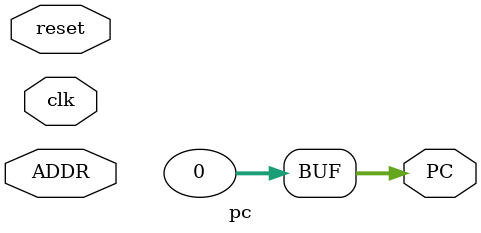
<source format=v>
module pc (	input [31:0] ADDR,	input wire clk, input wire reset, output reg [31:0] PC);	
always @ (posedge clk)
begin
	PC = ADDR;
end
always @ (reset)
begin
	PC = 0;
end

endmodule 
</source>
